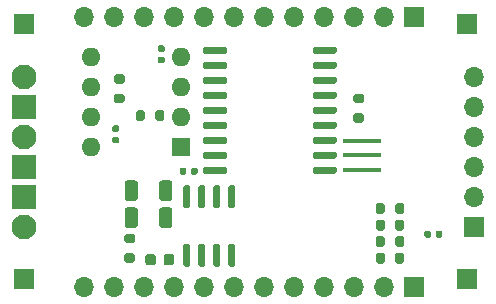
<source format=gbr>
%TF.GenerationSoftware,KiCad,Pcbnew,(5.1.7)-1*%
%TF.CreationDate,2021-02-02T18:20:17+09:00*%
%TF.ProjectId,canboard,63616e62-6f61-4726-942e-6b696361645f,rev?*%
%TF.SameCoordinates,Original*%
%TF.FileFunction,Soldermask,Bot*%
%TF.FilePolarity,Negative*%
%FSLAX46Y46*%
G04 Gerber Fmt 4.6, Leading zero omitted, Abs format (unit mm)*
G04 Created by KiCad (PCBNEW (5.1.7)-1) date 2021-02-02 18:20:17*
%MOMM*%
%LPD*%
G01*
G04 APERTURE LIST*
%ADD10R,1.700000X1.700000*%
%ADD11C,2.100000*%
%ADD12R,2.100000X2.100000*%
%ADD13O,1.700000X1.700000*%
%ADD14R,3.200000X0.400000*%
%ADD15O,1.600000X1.600000*%
%ADD16R,1.600000X1.600000*%
G04 APERTURE END LIST*
D10*
%TO.C,REF\u002A\u002A*%
X245445000Y-31115000D03*
%TD*%
%TO.C,REF\u002A\u002A*%
X245445000Y-52705000D03*
%TD*%
%TO.C,REF\u002A\u002A*%
X207980000Y-52705000D03*
%TD*%
%TO.C,REF\u002A\u002A*%
X207980000Y-31115000D03*
%TD*%
%TO.C,R16*%
G36*
G01*
X236026000Y-38652000D02*
X236576000Y-38652000D01*
G75*
G02*
X236776000Y-38852000I0J-200000D01*
G01*
X236776000Y-39252000D01*
G75*
G02*
X236576000Y-39452000I-200000J0D01*
G01*
X236026000Y-39452000D01*
G75*
G02*
X235826000Y-39252000I0J200000D01*
G01*
X235826000Y-38852000D01*
G75*
G02*
X236026000Y-38652000I200000J0D01*
G01*
G37*
G36*
G01*
X236026000Y-37002000D02*
X236576000Y-37002000D01*
G75*
G02*
X236776000Y-37202000I0J-200000D01*
G01*
X236776000Y-37602000D01*
G75*
G02*
X236576000Y-37802000I-200000J0D01*
G01*
X236026000Y-37802000D01*
G75*
G02*
X235826000Y-37602000I0J200000D01*
G01*
X235826000Y-37202000D01*
G75*
G02*
X236026000Y-37002000I200000J0D01*
G01*
G37*
%TD*%
D11*
%TO.C,J6*%
X207980000Y-48260000D03*
D12*
X207980000Y-45720000D03*
%TD*%
D10*
%TO.C,J3*%
X241000000Y-53340000D03*
D13*
X238460000Y-53340000D03*
X235920000Y-53340000D03*
X233380000Y-53340000D03*
X230840000Y-53340000D03*
X228300000Y-53340000D03*
X225760000Y-53340000D03*
X223220000Y-53340000D03*
X220680000Y-53340000D03*
X218140000Y-53340000D03*
X215600000Y-53340000D03*
X213060000Y-53340000D03*
%TD*%
D10*
%TO.C,J1*%
X241000000Y-30480000D03*
D13*
X238460000Y-30480000D03*
X235920000Y-30480000D03*
X233380000Y-30480000D03*
X230840000Y-30480000D03*
X228300000Y-30480000D03*
X225760000Y-30480000D03*
X223220000Y-30480000D03*
X220680000Y-30480000D03*
X218140000Y-30480000D03*
X215600000Y-30480000D03*
X213060000Y-30480000D03*
%TD*%
%TO.C,U4*%
G36*
G01*
X225151000Y-33174800D02*
X225151000Y-33474800D01*
G75*
G02*
X225001000Y-33624800I-150000J0D01*
G01*
X223251000Y-33624800D01*
G75*
G02*
X223101000Y-33474800I0J150000D01*
G01*
X223101000Y-33174800D01*
G75*
G02*
X223251000Y-33024800I150000J0D01*
G01*
X225001000Y-33024800D01*
G75*
G02*
X225151000Y-33174800I0J-150000D01*
G01*
G37*
G36*
G01*
X225151000Y-34444800D02*
X225151000Y-34744800D01*
G75*
G02*
X225001000Y-34894800I-150000J0D01*
G01*
X223251000Y-34894800D01*
G75*
G02*
X223101000Y-34744800I0J150000D01*
G01*
X223101000Y-34444800D01*
G75*
G02*
X223251000Y-34294800I150000J0D01*
G01*
X225001000Y-34294800D01*
G75*
G02*
X225151000Y-34444800I0J-150000D01*
G01*
G37*
G36*
G01*
X225151000Y-35714800D02*
X225151000Y-36014800D01*
G75*
G02*
X225001000Y-36164800I-150000J0D01*
G01*
X223251000Y-36164800D01*
G75*
G02*
X223101000Y-36014800I0J150000D01*
G01*
X223101000Y-35714800D01*
G75*
G02*
X223251000Y-35564800I150000J0D01*
G01*
X225001000Y-35564800D01*
G75*
G02*
X225151000Y-35714800I0J-150000D01*
G01*
G37*
G36*
G01*
X225151000Y-36984800D02*
X225151000Y-37284800D01*
G75*
G02*
X225001000Y-37434800I-150000J0D01*
G01*
X223251000Y-37434800D01*
G75*
G02*
X223101000Y-37284800I0J150000D01*
G01*
X223101000Y-36984800D01*
G75*
G02*
X223251000Y-36834800I150000J0D01*
G01*
X225001000Y-36834800D01*
G75*
G02*
X225151000Y-36984800I0J-150000D01*
G01*
G37*
G36*
G01*
X225151000Y-38254800D02*
X225151000Y-38554800D01*
G75*
G02*
X225001000Y-38704800I-150000J0D01*
G01*
X223251000Y-38704800D01*
G75*
G02*
X223101000Y-38554800I0J150000D01*
G01*
X223101000Y-38254800D01*
G75*
G02*
X223251000Y-38104800I150000J0D01*
G01*
X225001000Y-38104800D01*
G75*
G02*
X225151000Y-38254800I0J-150000D01*
G01*
G37*
G36*
G01*
X225151000Y-39524800D02*
X225151000Y-39824800D01*
G75*
G02*
X225001000Y-39974800I-150000J0D01*
G01*
X223251000Y-39974800D01*
G75*
G02*
X223101000Y-39824800I0J150000D01*
G01*
X223101000Y-39524800D01*
G75*
G02*
X223251000Y-39374800I150000J0D01*
G01*
X225001000Y-39374800D01*
G75*
G02*
X225151000Y-39524800I0J-150000D01*
G01*
G37*
G36*
G01*
X225151000Y-40794800D02*
X225151000Y-41094800D01*
G75*
G02*
X225001000Y-41244800I-150000J0D01*
G01*
X223251000Y-41244800D01*
G75*
G02*
X223101000Y-41094800I0J150000D01*
G01*
X223101000Y-40794800D01*
G75*
G02*
X223251000Y-40644800I150000J0D01*
G01*
X225001000Y-40644800D01*
G75*
G02*
X225151000Y-40794800I0J-150000D01*
G01*
G37*
G36*
G01*
X225151000Y-42064800D02*
X225151000Y-42364800D01*
G75*
G02*
X225001000Y-42514800I-150000J0D01*
G01*
X223251000Y-42514800D01*
G75*
G02*
X223101000Y-42364800I0J150000D01*
G01*
X223101000Y-42064800D01*
G75*
G02*
X223251000Y-41914800I150000J0D01*
G01*
X225001000Y-41914800D01*
G75*
G02*
X225151000Y-42064800I0J-150000D01*
G01*
G37*
G36*
G01*
X225151000Y-43334800D02*
X225151000Y-43634800D01*
G75*
G02*
X225001000Y-43784800I-150000J0D01*
G01*
X223251000Y-43784800D01*
G75*
G02*
X223101000Y-43634800I0J150000D01*
G01*
X223101000Y-43334800D01*
G75*
G02*
X223251000Y-43184800I150000J0D01*
G01*
X225001000Y-43184800D01*
G75*
G02*
X225151000Y-43334800I0J-150000D01*
G01*
G37*
G36*
G01*
X234451000Y-43334800D02*
X234451000Y-43634800D01*
G75*
G02*
X234301000Y-43784800I-150000J0D01*
G01*
X232551000Y-43784800D01*
G75*
G02*
X232401000Y-43634800I0J150000D01*
G01*
X232401000Y-43334800D01*
G75*
G02*
X232551000Y-43184800I150000J0D01*
G01*
X234301000Y-43184800D01*
G75*
G02*
X234451000Y-43334800I0J-150000D01*
G01*
G37*
G36*
G01*
X234451000Y-42064800D02*
X234451000Y-42364800D01*
G75*
G02*
X234301000Y-42514800I-150000J0D01*
G01*
X232551000Y-42514800D01*
G75*
G02*
X232401000Y-42364800I0J150000D01*
G01*
X232401000Y-42064800D01*
G75*
G02*
X232551000Y-41914800I150000J0D01*
G01*
X234301000Y-41914800D01*
G75*
G02*
X234451000Y-42064800I0J-150000D01*
G01*
G37*
G36*
G01*
X234451000Y-40794800D02*
X234451000Y-41094800D01*
G75*
G02*
X234301000Y-41244800I-150000J0D01*
G01*
X232551000Y-41244800D01*
G75*
G02*
X232401000Y-41094800I0J150000D01*
G01*
X232401000Y-40794800D01*
G75*
G02*
X232551000Y-40644800I150000J0D01*
G01*
X234301000Y-40644800D01*
G75*
G02*
X234451000Y-40794800I0J-150000D01*
G01*
G37*
G36*
G01*
X234451000Y-39524800D02*
X234451000Y-39824800D01*
G75*
G02*
X234301000Y-39974800I-150000J0D01*
G01*
X232551000Y-39974800D01*
G75*
G02*
X232401000Y-39824800I0J150000D01*
G01*
X232401000Y-39524800D01*
G75*
G02*
X232551000Y-39374800I150000J0D01*
G01*
X234301000Y-39374800D01*
G75*
G02*
X234451000Y-39524800I0J-150000D01*
G01*
G37*
G36*
G01*
X234451000Y-38254800D02*
X234451000Y-38554800D01*
G75*
G02*
X234301000Y-38704800I-150000J0D01*
G01*
X232551000Y-38704800D01*
G75*
G02*
X232401000Y-38554800I0J150000D01*
G01*
X232401000Y-38254800D01*
G75*
G02*
X232551000Y-38104800I150000J0D01*
G01*
X234301000Y-38104800D01*
G75*
G02*
X234451000Y-38254800I0J-150000D01*
G01*
G37*
G36*
G01*
X234451000Y-36984800D02*
X234451000Y-37284800D01*
G75*
G02*
X234301000Y-37434800I-150000J0D01*
G01*
X232551000Y-37434800D01*
G75*
G02*
X232401000Y-37284800I0J150000D01*
G01*
X232401000Y-36984800D01*
G75*
G02*
X232551000Y-36834800I150000J0D01*
G01*
X234301000Y-36834800D01*
G75*
G02*
X234451000Y-36984800I0J-150000D01*
G01*
G37*
G36*
G01*
X234451000Y-35714800D02*
X234451000Y-36014800D01*
G75*
G02*
X234301000Y-36164800I-150000J0D01*
G01*
X232551000Y-36164800D01*
G75*
G02*
X232401000Y-36014800I0J150000D01*
G01*
X232401000Y-35714800D01*
G75*
G02*
X232551000Y-35564800I150000J0D01*
G01*
X234301000Y-35564800D01*
G75*
G02*
X234451000Y-35714800I0J-150000D01*
G01*
G37*
G36*
G01*
X234451000Y-34444800D02*
X234451000Y-34744800D01*
G75*
G02*
X234301000Y-34894800I-150000J0D01*
G01*
X232551000Y-34894800D01*
G75*
G02*
X232401000Y-34744800I0J150000D01*
G01*
X232401000Y-34444800D01*
G75*
G02*
X232551000Y-34294800I150000J0D01*
G01*
X234301000Y-34294800D01*
G75*
G02*
X234451000Y-34444800I0J-150000D01*
G01*
G37*
G36*
G01*
X234451000Y-33174800D02*
X234451000Y-33474800D01*
G75*
G02*
X234301000Y-33624800I-150000J0D01*
G01*
X232551000Y-33624800D01*
G75*
G02*
X232401000Y-33474800I0J150000D01*
G01*
X232401000Y-33174800D01*
G75*
G02*
X232551000Y-33024800I150000J0D01*
G01*
X234301000Y-33024800D01*
G75*
G02*
X234451000Y-33174800I0J-150000D01*
G01*
G37*
%TD*%
D14*
%TO.C,Y2*%
X236555000Y-43427000D03*
X236555000Y-42227000D03*
X236555000Y-41027000D03*
%TD*%
%TO.C,U5*%
G36*
G01*
X221592000Y-49695000D02*
X221892000Y-49695000D01*
G75*
G02*
X222042000Y-49845000I0J-150000D01*
G01*
X222042000Y-51495000D01*
G75*
G02*
X221892000Y-51645000I-150000J0D01*
G01*
X221592000Y-51645000D01*
G75*
G02*
X221442000Y-51495000I0J150000D01*
G01*
X221442000Y-49845000D01*
G75*
G02*
X221592000Y-49695000I150000J0D01*
G01*
G37*
G36*
G01*
X222862000Y-49695000D02*
X223162000Y-49695000D01*
G75*
G02*
X223312000Y-49845000I0J-150000D01*
G01*
X223312000Y-51495000D01*
G75*
G02*
X223162000Y-51645000I-150000J0D01*
G01*
X222862000Y-51645000D01*
G75*
G02*
X222712000Y-51495000I0J150000D01*
G01*
X222712000Y-49845000D01*
G75*
G02*
X222862000Y-49695000I150000J0D01*
G01*
G37*
G36*
G01*
X224132000Y-49695000D02*
X224432000Y-49695000D01*
G75*
G02*
X224582000Y-49845000I0J-150000D01*
G01*
X224582000Y-51495000D01*
G75*
G02*
X224432000Y-51645000I-150000J0D01*
G01*
X224132000Y-51645000D01*
G75*
G02*
X223982000Y-51495000I0J150000D01*
G01*
X223982000Y-49845000D01*
G75*
G02*
X224132000Y-49695000I150000J0D01*
G01*
G37*
G36*
G01*
X225402000Y-49695000D02*
X225702000Y-49695000D01*
G75*
G02*
X225852000Y-49845000I0J-150000D01*
G01*
X225852000Y-51495000D01*
G75*
G02*
X225702000Y-51645000I-150000J0D01*
G01*
X225402000Y-51645000D01*
G75*
G02*
X225252000Y-51495000I0J150000D01*
G01*
X225252000Y-49845000D01*
G75*
G02*
X225402000Y-49695000I150000J0D01*
G01*
G37*
G36*
G01*
X225402000Y-44745000D02*
X225702000Y-44745000D01*
G75*
G02*
X225852000Y-44895000I0J-150000D01*
G01*
X225852000Y-46545000D01*
G75*
G02*
X225702000Y-46695000I-150000J0D01*
G01*
X225402000Y-46695000D01*
G75*
G02*
X225252000Y-46545000I0J150000D01*
G01*
X225252000Y-44895000D01*
G75*
G02*
X225402000Y-44745000I150000J0D01*
G01*
G37*
G36*
G01*
X224132000Y-44745000D02*
X224432000Y-44745000D01*
G75*
G02*
X224582000Y-44895000I0J-150000D01*
G01*
X224582000Y-46545000D01*
G75*
G02*
X224432000Y-46695000I-150000J0D01*
G01*
X224132000Y-46695000D01*
G75*
G02*
X223982000Y-46545000I0J150000D01*
G01*
X223982000Y-44895000D01*
G75*
G02*
X224132000Y-44745000I150000J0D01*
G01*
G37*
G36*
G01*
X222862000Y-44745000D02*
X223162000Y-44745000D01*
G75*
G02*
X223312000Y-44895000I0J-150000D01*
G01*
X223312000Y-46545000D01*
G75*
G02*
X223162000Y-46695000I-150000J0D01*
G01*
X222862000Y-46695000D01*
G75*
G02*
X222712000Y-46545000I0J150000D01*
G01*
X222712000Y-44895000D01*
G75*
G02*
X222862000Y-44745000I150000J0D01*
G01*
G37*
G36*
G01*
X221592000Y-44745000D02*
X221892000Y-44745000D01*
G75*
G02*
X222042000Y-44895000I0J-150000D01*
G01*
X222042000Y-46545000D01*
G75*
G02*
X221892000Y-46695000I-150000J0D01*
G01*
X221592000Y-46695000D01*
G75*
G02*
X221442000Y-46545000I0J150000D01*
G01*
X221442000Y-44895000D01*
G75*
G02*
X221592000Y-44745000I150000J0D01*
G01*
G37*
%TD*%
D15*
%TO.C,U3*%
X213614000Y-41529000D03*
X221234000Y-33909000D03*
X213614000Y-38989000D03*
X221234000Y-36449000D03*
X213614000Y-36449000D03*
X221234000Y-38989000D03*
X213614000Y-33909000D03*
D16*
X221234000Y-41529000D03*
%TD*%
%TO.C,R11*%
G36*
G01*
X218206000Y-38587000D02*
X218206000Y-39137000D01*
G75*
G02*
X218006000Y-39337000I-200000J0D01*
G01*
X217606000Y-39337000D01*
G75*
G02*
X217406000Y-39137000I0J200000D01*
G01*
X217406000Y-38587000D01*
G75*
G02*
X217606000Y-38387000I200000J0D01*
G01*
X218006000Y-38387000D01*
G75*
G02*
X218206000Y-38587000I0J-200000D01*
G01*
G37*
G36*
G01*
X219856000Y-38587000D02*
X219856000Y-39137000D01*
G75*
G02*
X219656000Y-39337000I-200000J0D01*
G01*
X219256000Y-39337000D01*
G75*
G02*
X219056000Y-39137000I0J200000D01*
G01*
X219056000Y-38587000D01*
G75*
G02*
X219256000Y-38387000I200000J0D01*
G01*
X219656000Y-38387000D01*
G75*
G02*
X219856000Y-38587000I0J-200000D01*
G01*
G37*
%TD*%
%TO.C,R10*%
G36*
G01*
X217601500Y-46872997D02*
X217601500Y-48123003D01*
G75*
G02*
X217351503Y-48373000I-249997J0D01*
G01*
X216726497Y-48373000D01*
G75*
G02*
X216476500Y-48123003I0J249997D01*
G01*
X216476500Y-46872997D01*
G75*
G02*
X216726497Y-46623000I249997J0D01*
G01*
X217351503Y-46623000D01*
G75*
G02*
X217601500Y-46872997I0J-249997D01*
G01*
G37*
G36*
G01*
X220526500Y-46872997D02*
X220526500Y-48123003D01*
G75*
G02*
X220276503Y-48373000I-249997J0D01*
G01*
X219651497Y-48373000D01*
G75*
G02*
X219401500Y-48123003I0J249997D01*
G01*
X219401500Y-46872997D01*
G75*
G02*
X219651497Y-46623000I249997J0D01*
G01*
X220276503Y-46623000D01*
G75*
G02*
X220526500Y-46872997I0J-249997D01*
G01*
G37*
%TD*%
%TO.C,R9*%
G36*
G01*
X216641000Y-50526000D02*
X217191000Y-50526000D01*
G75*
G02*
X217391000Y-50726000I0J-200000D01*
G01*
X217391000Y-51126000D01*
G75*
G02*
X217191000Y-51326000I-200000J0D01*
G01*
X216641000Y-51326000D01*
G75*
G02*
X216441000Y-51126000I0J200000D01*
G01*
X216441000Y-50726000D01*
G75*
G02*
X216641000Y-50526000I200000J0D01*
G01*
G37*
G36*
G01*
X216641000Y-48876000D02*
X217191000Y-48876000D01*
G75*
G02*
X217391000Y-49076000I0J-200000D01*
G01*
X217391000Y-49476000D01*
G75*
G02*
X217191000Y-49676000I-200000J0D01*
G01*
X216641000Y-49676000D01*
G75*
G02*
X216441000Y-49476000I0J200000D01*
G01*
X216441000Y-49076000D01*
G75*
G02*
X216641000Y-48876000I200000J0D01*
G01*
G37*
%TD*%
%TO.C,R8*%
G36*
G01*
X217601500Y-44586997D02*
X217601500Y-45837003D01*
G75*
G02*
X217351503Y-46087000I-249997J0D01*
G01*
X216726497Y-46087000D01*
G75*
G02*
X216476500Y-45837003I0J249997D01*
G01*
X216476500Y-44586997D01*
G75*
G02*
X216726497Y-44337000I249997J0D01*
G01*
X217351503Y-44337000D01*
G75*
G02*
X217601500Y-44586997I0J-249997D01*
G01*
G37*
G36*
G01*
X220526500Y-44586997D02*
X220526500Y-45837003D01*
G75*
G02*
X220276503Y-46087000I-249997J0D01*
G01*
X219651497Y-46087000D01*
G75*
G02*
X219401500Y-45837003I0J249997D01*
G01*
X219401500Y-44586997D01*
G75*
G02*
X219651497Y-44337000I249997J0D01*
G01*
X220276503Y-44337000D01*
G75*
G02*
X220526500Y-44586997I0J-249997D01*
G01*
G37*
%TD*%
%TO.C,R7*%
G36*
G01*
X239375000Y-47011000D02*
X239375000Y-46461000D01*
G75*
G02*
X239575000Y-46261000I200000J0D01*
G01*
X239975000Y-46261000D01*
G75*
G02*
X240175000Y-46461000I0J-200000D01*
G01*
X240175000Y-47011000D01*
G75*
G02*
X239975000Y-47211000I-200000J0D01*
G01*
X239575000Y-47211000D01*
G75*
G02*
X239375000Y-47011000I0J200000D01*
G01*
G37*
G36*
G01*
X237725000Y-47011000D02*
X237725000Y-46461000D01*
G75*
G02*
X237925000Y-46261000I200000J0D01*
G01*
X238325000Y-46261000D01*
G75*
G02*
X238525000Y-46461000I0J-200000D01*
G01*
X238525000Y-47011000D01*
G75*
G02*
X238325000Y-47211000I-200000J0D01*
G01*
X237925000Y-47211000D01*
G75*
G02*
X237725000Y-47011000I0J200000D01*
G01*
G37*
%TD*%
%TO.C,R6*%
G36*
G01*
X239375000Y-48408000D02*
X239375000Y-47858000D01*
G75*
G02*
X239575000Y-47658000I200000J0D01*
G01*
X239975000Y-47658000D01*
G75*
G02*
X240175000Y-47858000I0J-200000D01*
G01*
X240175000Y-48408000D01*
G75*
G02*
X239975000Y-48608000I-200000J0D01*
G01*
X239575000Y-48608000D01*
G75*
G02*
X239375000Y-48408000I0J200000D01*
G01*
G37*
G36*
G01*
X237725000Y-48408000D02*
X237725000Y-47858000D01*
G75*
G02*
X237925000Y-47658000I200000J0D01*
G01*
X238325000Y-47658000D01*
G75*
G02*
X238525000Y-47858000I0J-200000D01*
G01*
X238525000Y-48408000D01*
G75*
G02*
X238325000Y-48608000I-200000J0D01*
G01*
X237925000Y-48608000D01*
G75*
G02*
X237725000Y-48408000I0J200000D01*
G01*
G37*
%TD*%
%TO.C,R5*%
G36*
G01*
X237725000Y-49805000D02*
X237725000Y-49255000D01*
G75*
G02*
X237925000Y-49055000I200000J0D01*
G01*
X238325000Y-49055000D01*
G75*
G02*
X238525000Y-49255000I0J-200000D01*
G01*
X238525000Y-49805000D01*
G75*
G02*
X238325000Y-50005000I-200000J0D01*
G01*
X237925000Y-50005000D01*
G75*
G02*
X237725000Y-49805000I0J200000D01*
G01*
G37*
G36*
G01*
X239375000Y-49805000D02*
X239375000Y-49255000D01*
G75*
G02*
X239575000Y-49055000I200000J0D01*
G01*
X239975000Y-49055000D01*
G75*
G02*
X240175000Y-49255000I0J-200000D01*
G01*
X240175000Y-49805000D01*
G75*
G02*
X239975000Y-50005000I-200000J0D01*
G01*
X239575000Y-50005000D01*
G75*
G02*
X239375000Y-49805000I0J200000D01*
G01*
G37*
%TD*%
%TO.C,R4*%
G36*
G01*
X237725000Y-51202000D02*
X237725000Y-50652000D01*
G75*
G02*
X237925000Y-50452000I200000J0D01*
G01*
X238325000Y-50452000D01*
G75*
G02*
X238525000Y-50652000I0J-200000D01*
G01*
X238525000Y-51202000D01*
G75*
G02*
X238325000Y-51402000I-200000J0D01*
G01*
X237925000Y-51402000D01*
G75*
G02*
X237725000Y-51202000I0J200000D01*
G01*
G37*
G36*
G01*
X239375000Y-51202000D02*
X239375000Y-50652000D01*
G75*
G02*
X239575000Y-50452000I200000J0D01*
G01*
X239975000Y-50452000D01*
G75*
G02*
X240175000Y-50652000I0J-200000D01*
G01*
X240175000Y-51202000D01*
G75*
G02*
X239975000Y-51402000I-200000J0D01*
G01*
X239575000Y-51402000D01*
G75*
G02*
X239375000Y-51202000I0J200000D01*
G01*
G37*
%TD*%
%TO.C,R3*%
G36*
G01*
X216302000Y-36151000D02*
X215752000Y-36151000D01*
G75*
G02*
X215552000Y-35951000I0J200000D01*
G01*
X215552000Y-35551000D01*
G75*
G02*
X215752000Y-35351000I200000J0D01*
G01*
X216302000Y-35351000D01*
G75*
G02*
X216502000Y-35551000I0J-200000D01*
G01*
X216502000Y-35951000D01*
G75*
G02*
X216302000Y-36151000I-200000J0D01*
G01*
G37*
G36*
G01*
X216302000Y-37801000D02*
X215752000Y-37801000D01*
G75*
G02*
X215552000Y-37601000I0J200000D01*
G01*
X215552000Y-37201000D01*
G75*
G02*
X215752000Y-37001000I200000J0D01*
G01*
X216302000Y-37001000D01*
G75*
G02*
X216502000Y-37201000I0J-200000D01*
G01*
X216502000Y-37601000D01*
G75*
G02*
X216302000Y-37801000I-200000J0D01*
G01*
G37*
%TD*%
D12*
%TO.C,J5*%
X207980000Y-38100000D03*
D11*
X207980000Y-35560000D03*
%TD*%
D12*
%TO.C,J4*%
X207980000Y-43180000D03*
D11*
X207980000Y-40640000D03*
%TD*%
D13*
%TO.C,J2*%
X246080000Y-35560000D03*
X246080000Y-38100000D03*
X246080000Y-40640000D03*
X246080000Y-43180000D03*
X246080000Y-45720000D03*
D10*
X246080000Y-48260000D03*
%TD*%
%TO.C,C8*%
G36*
G01*
X219781000Y-51304000D02*
X219781000Y-50804000D01*
G75*
G02*
X220006000Y-50579000I225000J0D01*
G01*
X220456000Y-50579000D01*
G75*
G02*
X220681000Y-50804000I0J-225000D01*
G01*
X220681000Y-51304000D01*
G75*
G02*
X220456000Y-51529000I-225000J0D01*
G01*
X220006000Y-51529000D01*
G75*
G02*
X219781000Y-51304000I0J225000D01*
G01*
G37*
G36*
G01*
X218231000Y-51304000D02*
X218231000Y-50804000D01*
G75*
G02*
X218456000Y-50579000I225000J0D01*
G01*
X218906000Y-50579000D01*
G75*
G02*
X219131000Y-50804000I0J-225000D01*
G01*
X219131000Y-51304000D01*
G75*
G02*
X218906000Y-51529000I-225000J0D01*
G01*
X218456000Y-51529000D01*
G75*
G02*
X218231000Y-51304000I0J225000D01*
G01*
G37*
%TD*%
%TO.C,C7*%
G36*
G01*
X221697000Y-43391000D02*
X221697000Y-43731000D01*
G75*
G02*
X221557000Y-43871000I-140000J0D01*
G01*
X221277000Y-43871000D01*
G75*
G02*
X221137000Y-43731000I0J140000D01*
G01*
X221137000Y-43391000D01*
G75*
G02*
X221277000Y-43251000I140000J0D01*
G01*
X221557000Y-43251000D01*
G75*
G02*
X221697000Y-43391000I0J-140000D01*
G01*
G37*
G36*
G01*
X222657000Y-43391000D02*
X222657000Y-43731000D01*
G75*
G02*
X222517000Y-43871000I-140000J0D01*
G01*
X222237000Y-43871000D01*
G75*
G02*
X222097000Y-43731000I0J140000D01*
G01*
X222097000Y-43391000D01*
G75*
G02*
X222237000Y-43251000I140000J0D01*
G01*
X222517000Y-43251000D01*
G75*
G02*
X222657000Y-43391000I0J-140000D01*
G01*
G37*
%TD*%
%TO.C,C6*%
G36*
G01*
X219413000Y-33870300D02*
X219753000Y-33870300D01*
G75*
G02*
X219893000Y-34010300I0J-140000D01*
G01*
X219893000Y-34290300D01*
G75*
G02*
X219753000Y-34430300I-140000J0D01*
G01*
X219413000Y-34430300D01*
G75*
G02*
X219273000Y-34290300I0J140000D01*
G01*
X219273000Y-34010300D01*
G75*
G02*
X219413000Y-33870300I140000J0D01*
G01*
G37*
G36*
G01*
X219413000Y-32910300D02*
X219753000Y-32910300D01*
G75*
G02*
X219893000Y-33050300I0J-140000D01*
G01*
X219893000Y-33330300D01*
G75*
G02*
X219753000Y-33470300I-140000J0D01*
G01*
X219413000Y-33470300D01*
G75*
G02*
X219273000Y-33330300I0J140000D01*
G01*
X219273000Y-33050300D01*
G75*
G02*
X219413000Y-32910300I140000J0D01*
G01*
G37*
%TD*%
%TO.C,C5*%
G36*
G01*
X215557000Y-40649500D02*
X215897000Y-40649500D01*
G75*
G02*
X216037000Y-40789500I0J-140000D01*
G01*
X216037000Y-41069500D01*
G75*
G02*
X215897000Y-41209500I-140000J0D01*
G01*
X215557000Y-41209500D01*
G75*
G02*
X215417000Y-41069500I0J140000D01*
G01*
X215417000Y-40789500D01*
G75*
G02*
X215557000Y-40649500I140000J0D01*
G01*
G37*
G36*
G01*
X215557000Y-39689500D02*
X215897000Y-39689500D01*
G75*
G02*
X216037000Y-39829500I0J-140000D01*
G01*
X216037000Y-40109500D01*
G75*
G02*
X215897000Y-40249500I-140000J0D01*
G01*
X215557000Y-40249500D01*
G75*
G02*
X215417000Y-40109500I0J140000D01*
G01*
X215417000Y-39829500D01*
G75*
G02*
X215557000Y-39689500I140000J0D01*
G01*
G37*
%TD*%
%TO.C,C3*%
G36*
G01*
X242423000Y-48725000D02*
X242423000Y-49065000D01*
G75*
G02*
X242283000Y-49205000I-140000J0D01*
G01*
X242003000Y-49205000D01*
G75*
G02*
X241863000Y-49065000I0J140000D01*
G01*
X241863000Y-48725000D01*
G75*
G02*
X242003000Y-48585000I140000J0D01*
G01*
X242283000Y-48585000D01*
G75*
G02*
X242423000Y-48725000I0J-140000D01*
G01*
G37*
G36*
G01*
X243383000Y-48725000D02*
X243383000Y-49065000D01*
G75*
G02*
X243243000Y-49205000I-140000J0D01*
G01*
X242963000Y-49205000D01*
G75*
G02*
X242823000Y-49065000I0J140000D01*
G01*
X242823000Y-48725000D01*
G75*
G02*
X242963000Y-48585000I140000J0D01*
G01*
X243243000Y-48585000D01*
G75*
G02*
X243383000Y-48725000I0J-140000D01*
G01*
G37*
%TD*%
M02*

</source>
